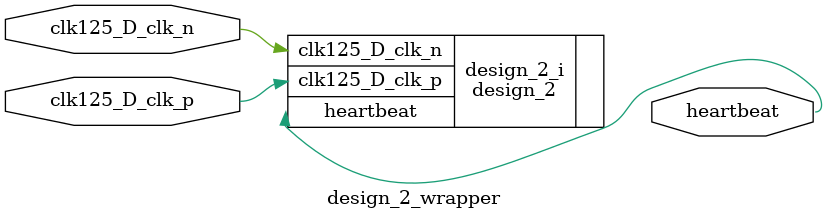
<source format=v>
`timescale 1 ps / 1 ps

module design_2_wrapper
   (clk125_D_clk_n,
    clk125_D_clk_p,
    heartbeat);
  input clk125_D_clk_n;
  input clk125_D_clk_p;
  output [0:0]heartbeat;

  wire clk125_D_clk_n;
  wire clk125_D_clk_p;
  wire [0:0]heartbeat;

  design_2 design_2_i
       (.clk125_D_clk_n(clk125_D_clk_n),
        .clk125_D_clk_p(clk125_D_clk_p),
        .heartbeat(heartbeat));
endmodule

</source>
